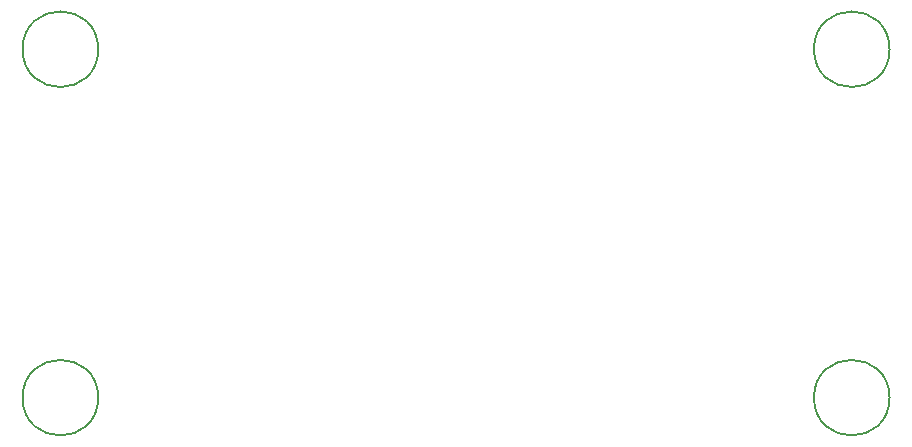
<source format=gbr>
%TF.GenerationSoftware,KiCad,Pcbnew,8.0.8*%
%TF.CreationDate,2025-06-06T06:09:44+09:00*%
%TF.ProjectId,fsk-traffic,66736b2d-7472-4616-9666-69632e6b6963,rev?*%
%TF.SameCoordinates,Original*%
%TF.FileFunction,Other,Comment*%
%FSLAX46Y46*%
G04 Gerber Fmt 4.6, Leading zero omitted, Abs format (unit mm)*
G04 Created by KiCad (PCBNEW 8.0.8) date 2025-06-06 06:09:44*
%MOMM*%
%LPD*%
G01*
G04 APERTURE LIST*
%ADD10C,0.150000*%
G04 APERTURE END LIST*
D10*
%TO.C,REF\u002A\u002A*%
X113884420Y-89884420D02*
G75*
G02*
X107484420Y-89884420I-3200000J0D01*
G01*
X107484420Y-89884420D02*
G75*
G02*
X113884420Y-89884420I3200000J0D01*
G01*
X180884420Y-89884420D02*
G75*
G02*
X174484420Y-89884420I-3200000J0D01*
G01*
X174484420Y-89884420D02*
G75*
G02*
X180884420Y-89884420I3200000J0D01*
G01*
X113884420Y-119384420D02*
G75*
G02*
X107484420Y-119384420I-3200000J0D01*
G01*
X107484420Y-119384420D02*
G75*
G02*
X113884420Y-119384420I3200000J0D01*
G01*
X180884420Y-119384420D02*
G75*
G02*
X174484420Y-119384420I-3200000J0D01*
G01*
X174484420Y-119384420D02*
G75*
G02*
X180884420Y-119384420I3200000J0D01*
G01*
%TD*%
M02*

</source>
